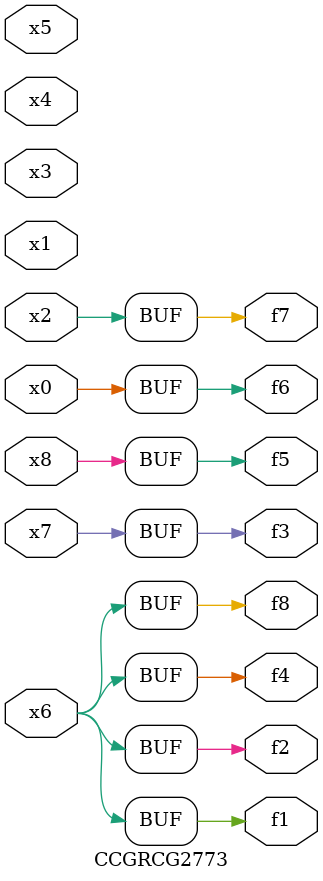
<source format=v>
module CCGRCG2773(
	input x0, x1, x2, x3, x4, x5, x6, x7, x8,
	output f1, f2, f3, f4, f5, f6, f7, f8
);
	assign f1 = x6;
	assign f2 = x6;
	assign f3 = x7;
	assign f4 = x6;
	assign f5 = x8;
	assign f6 = x0;
	assign f7 = x2;
	assign f8 = x6;
endmodule

</source>
